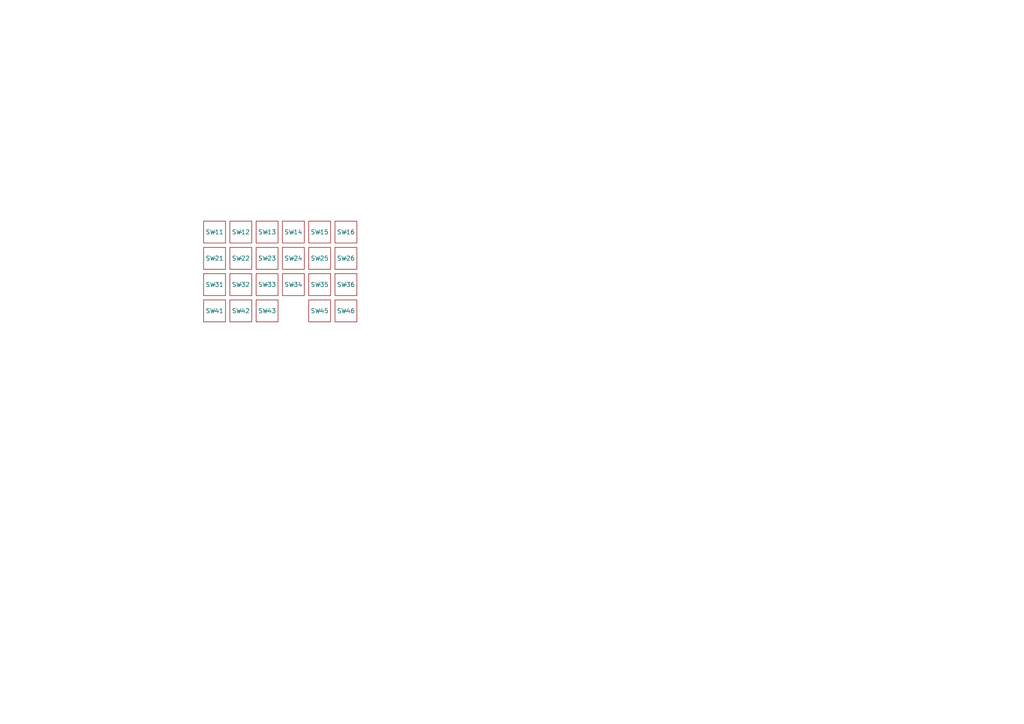
<source format=kicad_sch>
(kicad_sch (version 20230121) (generator eeschema)
  (paper "A4")
  (lib_symbols
    (symbol "Plate:Switch"
      (property "Reference" "SW" (at 0 0 0))
      (symbol "Switch_0_1"
        (rectangle (start -3.175 3.175) (end 3.175 -3.175))
      )
    )
  )
  (symbol (lib_id "Plate:Switch") (at 62.23 82.55 0) (unit 1)
    (property "Reference" "SW31" (at 62.23 82.55 0))
    (property "Value" "~" (at 62.23 82.55 0))
    (property "Footprint" "Plate:Switch" (effects hide))
  )
  (symbol (lib_id "Plate:Switch") (at 92.71 82.55 0) (unit 1)
    (property "Reference" "SW35" (at 92.71 82.55 0))
    (property "Value" "~" (at 92.71 82.55 0))
    (property "Footprint" "Plate:Switch" (effects hide))
  )
  (symbol (lib_id "Plate:Switch") (at 100.33 90.17 0) (unit 1)
    (property "Reference" "SW46" (at 100.33 90.17 0))
    (property "Value" "~" (at 100.33 90.17 0))
    (property "Footprint" "Plate:Switch" (effects hide))
  )
  (symbol (lib_id "Plate:Switch") (at 77.47 82.55 0) (unit 1)
    (property "Reference" "SW33" (at 77.47 82.55 0))
    (property "Value" "~" (at 77.47 82.55 0))
    (property "Footprint" "Plate:Switch" (effects hide))
  )
  (symbol (lib_id "Plate:Switch") (at 100.33 67.31 0) (unit 1)
    (property "Reference" "SW16" (at 100.33 67.31 0))
    (property "Value" "~" (at 100.33 67.31 0))
    (property "Footprint" "Plate:Switch" (effects hide))
  )
  (symbol (lib_id "Plate:Switch") (at 62.23 74.93 0) (unit 1)
    (property "Reference" "SW21" (at 62.23 74.93 0))
    (property "Value" "~" (at 62.23 74.93 0))
    (property "Footprint" "Plate:Switch" (effects hide))
  )
  (symbol (lib_id "Plate:Switch") (at 100.33 82.55 0) (unit 1)
    (property "Reference" "SW36" (at 100.33 82.55 0))
    (property "Value" "~" (at 100.33 82.55 0))
    (property "Footprint" "Plate:Switch" (effects hide))
  )
  (symbol (lib_id "Plate:Switch") (at 69.85 90.17 0) (unit 1)
    (property "Reference" "SW42" (at 69.85 90.17 0))
    (property "Value" "~" (at 69.85 90.17 0))
    (property "Footprint" "Plate:Switch" (effects hide))
  )
  (symbol (lib_id "Plate:Switch") (at 69.85 82.55 0) (unit 1)
    (property "Reference" "SW32" (at 69.85 82.55 0))
    (property "Value" "~" (at 69.85 82.55 0))
    (property "Footprint" "Plate:Switch" (effects hide))
  )
  (symbol (lib_id "Plate:Switch") (at 85.09 74.93 0) (unit 1)
    (property "Reference" "SW24" (at 85.09 74.93 0))
    (property "Value" "~" (at 85.09 74.93 0))
    (property "Footprint" "Plate:Switch" (effects hide))
  )
  (symbol (lib_id "Plate:Switch") (at 62.23 90.17 0) (unit 1)
    (property "Reference" "SW41" (at 62.23 90.17 0))
    (property "Value" "~" (at 62.23 90.17 0))
    (property "Footprint" "Plate:Switch" (effects hide))
  )
  (symbol (lib_id "Plate:Switch") (at 77.47 67.31 0) (unit 1)
    (property "Reference" "SW13" (at 77.47 67.31 0))
    (property "Value" "~" (at 77.47 67.31 0))
    (property "Footprint" "Plate:Switch" (effects hide))
  )
  (symbol (lib_id "Plate:Switch") (at 77.47 90.17 0) (unit 1)
    (property "Reference" "SW43" (at 77.47 90.17 0))
    (property "Value" "~" (at 77.47 90.17 0))
    (property "Footprint" "Plate:Switch" (effects hide))
  )
  (symbol (lib_id "Plate:Switch") (at 92.71 74.93 0) (unit 1)
    (property "Reference" "SW25" (at 92.71 74.93 0))
    (property "Value" "~" (at 92.71 74.93 0))
    (property "Footprint" "Plate:Switch" (effects hide))
  )
  (symbol (lib_id "Plate:Switch") (at 69.85 74.93 0) (unit 1)
    (property "Reference" "SW22" (at 69.85 74.93 0))
    (property "Value" "~" (at 69.85 74.93 0))
    (property "Footprint" "Plate:Switch" (effects hide))
  )
  (symbol (lib_id "Plate:Switch") (at 69.85 67.31 0) (unit 1)
    (property "Reference" "SW12" (at 69.85 67.31 0))
    (property "Value" "~" (at 69.85 67.31 0))
    (property "Footprint" "Plate:Switch" (effects hide))
  )
  (symbol (lib_id "Plate:Switch") (at 92.71 67.31 0) (unit 1)
    (property "Reference" "SW15" (at 92.71 67.31 0))
    (property "Value" "~" (at 92.71 67.31 0))
    (property "Footprint" "Plate:Switch" (effects hide))
  )
  (symbol (lib_id "Plate:Switch") (at 77.47 74.93 0) (unit 1)
    (property "Reference" "SW23" (at 77.47 74.93 0))
    (property "Value" "~" (at 77.47 74.93 0))
    (property "Footprint" "Plate:Switch" (effects hide))
  )
  (symbol (lib_id "Plate:Switch") (at 62.23 67.31 0) (unit 1)
    (property "Reference" "SW11" (at 62.23 67.31 0))
    (property "Value" "~" (at 62.23 67.31 0))
    (property "Footprint" "Plate:Switch" (effects hide))
  )
  (symbol (lib_id "Plate:Switch") (at 85.09 82.55 0) (unit 1)
    (property "Reference" "SW34" (at 85.09 82.55 0))
    (property "Value" "~" (at 85.09 82.55 0))
    (property "Footprint" "Plate:Switch" (effects hide))
  )
  (symbol (lib_id "Plate:Switch") (at 100.33 74.93 0) (unit 1)
    (property "Reference" "SW26" (at 100.33 74.93 0))
    (property "Value" "~" (at 100.33 74.93 0))
    (property "Footprint" "Plate:Switch" (effects hide))
  )
  (symbol (lib_id "Plate:Switch") (at 92.71 90.17 0) (unit 1)
    (property "Reference" "SW45" (at 92.71 90.17 0))
    (property "Value" "~" (at 92.71 90.17 0))
    (property "Footprint" "Plate:Switch" (effects hide))
  )
  (symbol (lib_id "Plate:Switch") (at 85.09 67.31 0) (unit 1)
    (property "Reference" "SW14" (at 85.09 67.31 0))
    (property "Value" "~" (at 85.09 67.31 0))
    (property "Footprint" "Plate:Switch" (effects hide))
  )
)
</source>
